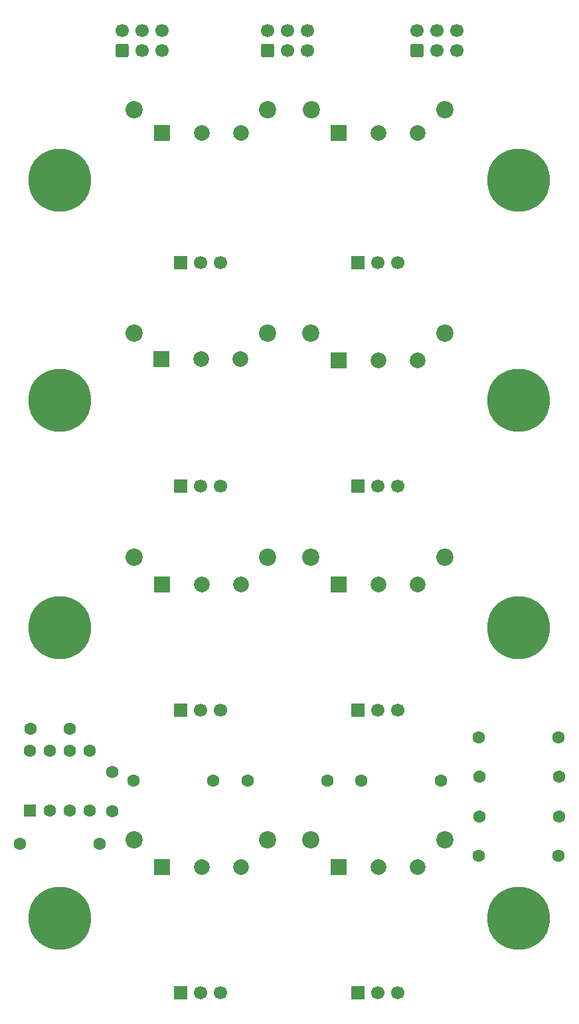
<source format=gbr>
%TF.GenerationSoftware,KiCad,Pcbnew,9.0.6*%
%TF.CreationDate,2026-01-15T14:26:48+11:00*%
%TF.ProjectId,cv-mixer,63762d6d-6978-4657-922e-6b696361645f,rev?*%
%TF.SameCoordinates,Original*%
%TF.FileFunction,Soldermask,Bot*%
%TF.FilePolarity,Negative*%
%FSLAX46Y46*%
G04 Gerber Fmt 4.6, Leading zero omitted, Abs format (unit mm)*
G04 Created by KiCad (PCBNEW 9.0.6) date 2026-01-15 14:26:48*
%MOMM*%
%LPD*%
G01*
G04 APERTURE LIST*
G04 Aperture macros list*
%AMRoundRect*
0 Rectangle with rounded corners*
0 $1 Rounding radius*
0 $2 $3 $4 $5 $6 $7 $8 $9 X,Y pos of 4 corners*
0 Add a 4 corners polygon primitive as box body*
4,1,4,$2,$3,$4,$5,$6,$7,$8,$9,$2,$3,0*
0 Add four circle primitives for the rounded corners*
1,1,$1+$1,$2,$3*
1,1,$1+$1,$4,$5*
1,1,$1+$1,$6,$7*
1,1,$1+$1,$8,$9*
0 Add four rect primitives between the rounded corners*
20,1,$1+$1,$2,$3,$4,$5,0*
20,1,$1+$1,$4,$5,$6,$7,0*
20,1,$1+$1,$6,$7,$8,$9,0*
20,1,$1+$1,$8,$9,$2,$3,0*%
G04 Aperture macros list end*
%ADD10RoundRect,0.250000X0.600000X-0.600000X0.600000X0.600000X-0.600000X0.600000X-0.600000X-0.600000X0*%
%ADD11C,1.700000*%
%ADD12C,1.600000*%
%ADD13R,2.000000X2.000000*%
%ADD14C,2.000000*%
%ADD15C,8.000000*%
%ADD16RoundRect,0.250000X0.550000X-0.550000X0.550000X0.550000X-0.550000X0.550000X-0.550000X-0.550000X0*%
%ADD17C,2.200000*%
%ADD18R,1.700000X1.700000*%
G04 APERTURE END LIST*
D10*
%TO.C,J19*%
X83500000Y-20040000D03*
D11*
X83500000Y-17500000D03*
X86040000Y-20040000D03*
X86040000Y-17500000D03*
X88580000Y-20040000D03*
X88580000Y-17500000D03*
%TD*%
D12*
%TO.C,R6*%
X101660000Y-117500000D03*
X91500000Y-117500000D03*
%TD*%
D13*
%TO.C,J2*%
X51000000Y-30500000D03*
D14*
X56080000Y-30500000D03*
X61080000Y-30500000D03*
%TD*%
D15*
%TO.C,J3*%
X38000000Y-64524938D03*
%TD*%
D13*
%TO.C,J10*%
X73500000Y-59500000D03*
D14*
X78580000Y-59500000D03*
X83580000Y-59500000D03*
%TD*%
D15*
%TO.C,J1*%
X38000000Y-36524938D03*
%TD*%
D12*
%TO.C,R2*%
X61920000Y-113000000D03*
X72080000Y-113000000D03*
%TD*%
D10*
%TO.C,J17*%
X45920000Y-20040000D03*
D11*
X45920000Y-17500000D03*
X48460000Y-20040000D03*
X48460000Y-17500000D03*
X51000000Y-20040000D03*
X51000000Y-17500000D03*
%TD*%
D13*
%TO.C,J6*%
X51000000Y-88000000D03*
D14*
X56080000Y-88000000D03*
X61080000Y-88000000D03*
%TD*%
D15*
%TO.C,J14*%
X38000000Y-130500000D03*
%TD*%
D16*
%TO.C,U1*%
X34190000Y-116810000D03*
D12*
X36730000Y-116810000D03*
X39270000Y-116810000D03*
X41810000Y-116810000D03*
X41810000Y-109190000D03*
X39270000Y-109190000D03*
X36730000Y-109190000D03*
X34190000Y-109190000D03*
%TD*%
D15*
%TO.C,J9*%
X96500000Y-64524938D03*
%TD*%
D13*
%TO.C,J8*%
X73500000Y-30500000D03*
D14*
X78580000Y-30500000D03*
X83580000Y-30500000D03*
%TD*%
D17*
%TO.C,RV4*%
X70040000Y-27500000D03*
X87090000Y-27500000D03*
D18*
X76000000Y-47000000D03*
D11*
X78540000Y-47000000D03*
X81080000Y-47000000D03*
%TD*%
D13*
%TO.C,J4*%
X50960000Y-59300000D03*
D14*
X56040000Y-59300000D03*
X61040000Y-59300000D03*
%TD*%
D12*
%TO.C,C2*%
X44669438Y-111884473D03*
X44669438Y-116884473D03*
%TD*%
%TO.C,C1*%
X39286763Y-106389681D03*
X34286763Y-106389681D03*
%TD*%
D15*
%TO.C,J5*%
X38000000Y-93524938D03*
%TD*%
D17*
%TO.C,RV3*%
X47450000Y-84500000D03*
X64500000Y-84500000D03*
D18*
X53410000Y-104000000D03*
D11*
X55950000Y-104000000D03*
X58490000Y-104000000D03*
%TD*%
D17*
%TO.C,RV7*%
X47450000Y-120500000D03*
X64500000Y-120500000D03*
D18*
X53410000Y-140000000D03*
D11*
X55950000Y-140000000D03*
X58490000Y-140000000D03*
%TD*%
D17*
%TO.C,RV6*%
X70000000Y-84500000D03*
X87050000Y-84500000D03*
D18*
X75960000Y-104000000D03*
D11*
X78500000Y-104000000D03*
X81040000Y-104000000D03*
%TD*%
D13*
%TO.C,J13*%
X51000000Y-124000000D03*
D14*
X56080000Y-124000000D03*
X61080000Y-124000000D03*
%TD*%
D12*
%TO.C,R3*%
X76420000Y-113000000D03*
X86580000Y-113000000D03*
%TD*%
%TO.C,R5*%
X101660000Y-112500000D03*
X91500000Y-112500000D03*
%TD*%
D10*
%TO.C,J18*%
X64500000Y-20040000D03*
D11*
X64500000Y-17500000D03*
X67040000Y-20040000D03*
X67040000Y-17500000D03*
X69580000Y-20040000D03*
X69580000Y-17500000D03*
%TD*%
D13*
%TO.C,J12*%
X73500000Y-88000000D03*
D14*
X78580000Y-88000000D03*
X83580000Y-88000000D03*
%TD*%
D12*
%TO.C,R7*%
X32920000Y-121000000D03*
X43080000Y-121000000D03*
%TD*%
D15*
%TO.C,J11*%
X96500000Y-93524938D03*
%TD*%
%TO.C,J16*%
X96500000Y-130524938D03*
%TD*%
%TO.C,J7*%
X96500000Y-36500000D03*
%TD*%
D13*
%TO.C,J15*%
X73500000Y-124000000D03*
D14*
X78580000Y-124000000D03*
X83580000Y-124000000D03*
%TD*%
D17*
%TO.C,RV1*%
X47460000Y-27500000D03*
X64510000Y-27500000D03*
D18*
X53420000Y-47000000D03*
D11*
X55960000Y-47000000D03*
X58500000Y-47000000D03*
%TD*%
D17*
%TO.C,RV5*%
X70000000Y-56000000D03*
X87050000Y-56000000D03*
D18*
X75960000Y-75500000D03*
D11*
X78500000Y-75500000D03*
X81040000Y-75500000D03*
%TD*%
D12*
%TO.C,R1*%
X47420000Y-113000000D03*
X57580000Y-113000000D03*
%TD*%
D17*
%TO.C,RV2*%
X47450000Y-56000000D03*
X64500000Y-56000000D03*
D18*
X53410000Y-75500000D03*
D11*
X55950000Y-75500000D03*
X58490000Y-75500000D03*
%TD*%
D12*
%TO.C,R8*%
X91420000Y-122500000D03*
X101580000Y-122500000D03*
%TD*%
D17*
%TO.C,RV8*%
X70000000Y-120500000D03*
X87050000Y-120500000D03*
D18*
X75960000Y-140000000D03*
D11*
X78500000Y-140000000D03*
X81040000Y-140000000D03*
%TD*%
D12*
%TO.C,R4*%
X101580000Y-107500000D03*
X91420000Y-107500000D03*
%TD*%
M02*

</source>
